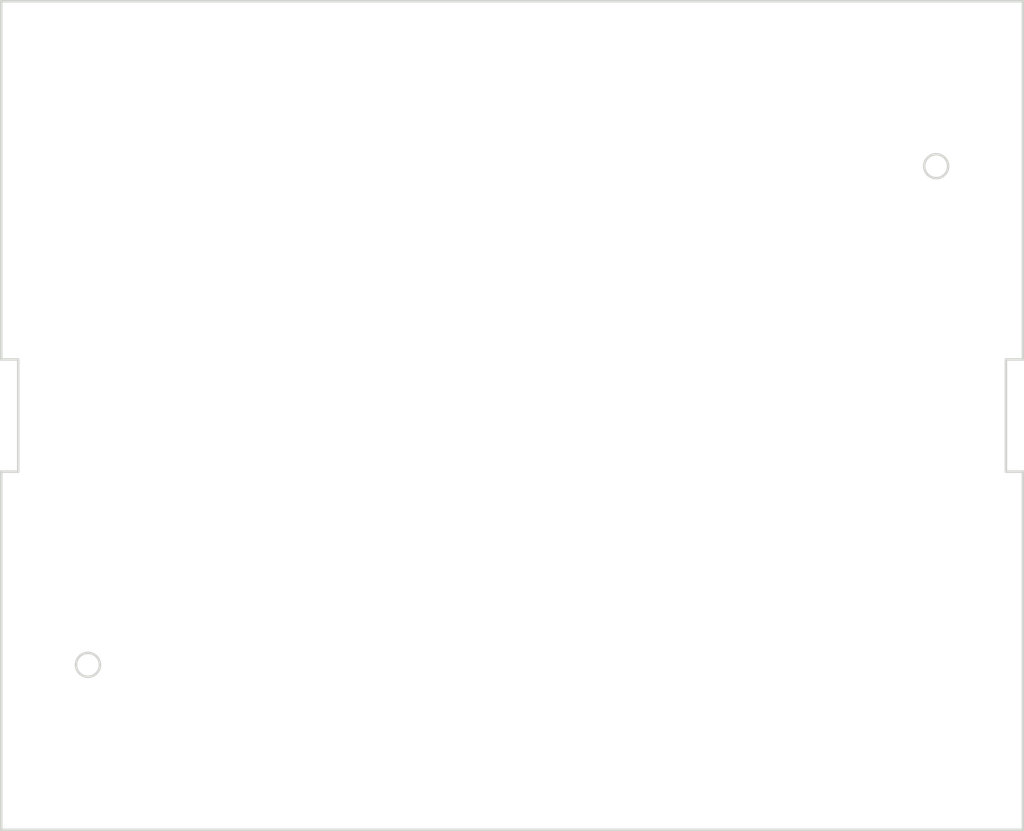
<source format=kicad_pcb>
(kicad_pcb (version 20221018) (generator pcbnew)

  (general
    (thickness 1.6)
  )

  (paper "A4")
  (layers
    (0 "F.Cu" signal)
    (31 "B.Cu" signal)
    (32 "B.Adhes" user "B.Adhesive")
    (33 "F.Adhes" user "F.Adhesive")
    (34 "B.Paste" user)
    (35 "F.Paste" user)
    (36 "B.SilkS" user "B.Silkscreen")
    (37 "F.SilkS" user "F.Silkscreen")
    (38 "B.Mask" user)
    (39 "F.Mask" user)
    (40 "Dwgs.User" user "User.Drawings")
    (41 "Cmts.User" user "User.Comments")
    (42 "Eco1.User" user "User.Eco1")
    (43 "Eco2.User" user "User.Eco2")
    (44 "Edge.Cuts" user)
    (45 "Margin" user)
    (46 "B.CrtYd" user "B.Courtyard")
    (47 "F.CrtYd" user "F.Courtyard")
    (48 "B.Fab" user)
    (49 "F.Fab" user)
    (50 "User.1" user)
    (51 "User.2" user)
    (52 "User.3" user)
    (53 "User.4" user)
    (54 "User.5" user)
    (55 "User.6" user)
    (56 "User.7" user)
    (57 "User.8" user)
    (58 "User.9" user)
  )

  (setup
    (pad_to_mask_clearance 0)
    (pcbplotparams
      (layerselection 0x00010fc_ffffffff)
      (plot_on_all_layers_selection 0x0000000_00000000)
      (disableapertmacros false)
      (usegerberextensions false)
      (usegerberattributes true)
      (usegerberadvancedattributes true)
      (creategerberjobfile true)
      (dashed_line_dash_ratio 12.000000)
      (dashed_line_gap_ratio 3.000000)
      (svgprecision 4)
      (plotframeref false)
      (viasonmask false)
      (mode 1)
      (useauxorigin false)
      (hpglpennumber 1)
      (hpglpenspeed 20)
      (hpglpendiameter 15.000000)
      (dxfpolygonmode true)
      (dxfimperialunits true)
      (dxfusepcbnewfont true)
      (psnegative false)
      (psa4output false)
      (plotreference true)
      (plotvalue true)
      (plotinvisibletext false)
      (sketchpadsonfab false)
      (subtractmaskfromsilk false)
      (outputformat 1)
      (mirror false)
      (drillshape 1)
      (scaleselection 1)
      (outputdirectory "")
    )
  )

  (net 0 "")

  (gr_line (start 153.88 59.33) (end 51.5 59.33)
    (stroke (width 0.25) (type solid)) (layer "Edge.Cuts") (tstamp 0ac0528a-d5d1-4791-952a-4c12d64e4d05))
  (gr_line (start 51.5 142.41) (end 153.88 142.41)
    (stroke (width 0.25) (type solid)) (layer "Edge.Cuts") (tstamp 2011a3e2-5a34-4f91-97f6-6ffb667f6908))
  (gr_line (start 152.18 106.495) (end 152.18 95.245)
    (stroke (width 0.25) (type solid)) (layer "Edge.Cuts") (tstamp 28c9fff2-070e-4393-a0fb-4ae7ae9dc189))
  (gr_circle (center 145.19 75.87) (end 146.39 75.87)
    (stroke (width 0.25) (type solid)) (fill none) (layer "Edge.Cuts") (tstamp 441201a1-d2b5-4801-86df-8aa0075bf1c4))
  (gr_line (start 51.5 106.495) (end 51.5 142.41)
    (stroke (width 0.25) (type solid)) (layer "Edge.Cuts") (tstamp 49034f5c-fcd9-4289-a6f2-e71978cd4a24))
  (gr_line (start 53.2 106.495) (end 51.5 106.495)
    (stroke (width 0.25) (type solid)) (layer "Edge.Cuts") (tstamp 7d7c8e82-0d5d-40dd-9c85-18c4a897e20a))
  (gr_line (start 153.88 95.245) (end 153.88 59.33)
    (stroke (width 0.25) (type solid)) (layer "Edge.Cuts") (tstamp 80f639d0-48f1-463c-94fc-c16ef8ef0682))
  (gr_circle (center 60.19 125.87) (end 61.39 125.87)
    (stroke (width 0.25) (type solid)) (fill none) (layer "Edge.Cuts") (tstamp 8ee3fc43-9e33-4e4e-aa61-6a80c28cda5c))
  (gr_line (start 51.5 59.33) (end 51.5 95.245)
    (stroke (width 0.25) (type solid)) (layer "Edge.Cuts") (tstamp a0069a81-1956-4361-ac0f-3479b0bfa672))
  (gr_line (start 53.2 95.245) (end 51.5 95.245)
    (stroke (width 0.25) (type solid)) (layer "Edge.Cuts") (tstamp a55d0263-6a48-4b2d-8054-4a7acdc66fb5))
  (gr_line (start 53.2 106.495) (end 53.2 95.245)
    (stroke (width 0.25) (type solid)) (layer "Edge.Cuts") (tstamp ab395f52-4228-4a61-baad-e071e111e09b))
  (gr_line (start 152.18 95.245) (end 153.88 95.245)
    (stroke (width 0.25) (type solid)) (layer "Edge.Cuts") (tstamp c540fbf7-821a-41bd-8bc4-f51060c91407))
  (gr_line (start 153.88 142.41) (end 153.88 106.495)
    (stroke (width 0.25) (type solid)) (layer "Edge.Cuts") (tstamp d950e5b1-d6e9-4d59-bf59-28f70962d4c9))
  (gr_line (start 152.18 106.495) (end 153.88 106.495)
    (stroke (width 0.25) (type solid)) (layer "Edge.Cuts") (tstamp e48ff31e-31dd-4253-a9ff-b825c6c9f003))

  (group "" (id 6fe02ae9-3ba3-45f4-9647-e90250948e2a)
    (members
      0ac0528a-d5d1-4791-952a-4c12d64e4d05
      2011a3e2-5a34-4f91-97f6-6ffb667f6908
      28c9fff2-070e-4393-a0fb-4ae7ae9dc189
      441201a1-d2b5-4801-86df-8aa0075bf1c4
      49034f5c-fcd9-4289-a6f2-e71978cd4a24
      7d7c8e82-0d5d-40dd-9c85-18c4a897e20a
      80f639d0-48f1-463c-94fc-c16ef8ef0682
      8ee3fc43-9e33-4e4e-aa61-6a80c28cda5c
      a0069a81-1956-4361-ac0f-3479b0bfa672
      a55d0263-6a48-4b2d-8054-4a7acdc66fb5
      ab395f52-4228-4a61-baad-e071e111e09b
      c540fbf7-821a-41bd-8bc4-f51060c91407
      d950e5b1-d6e9-4d59-bf59-28f70962d4c9
      e48ff31e-31dd-4253-a9ff-b825c6c9f003
    )
  )
)

</source>
